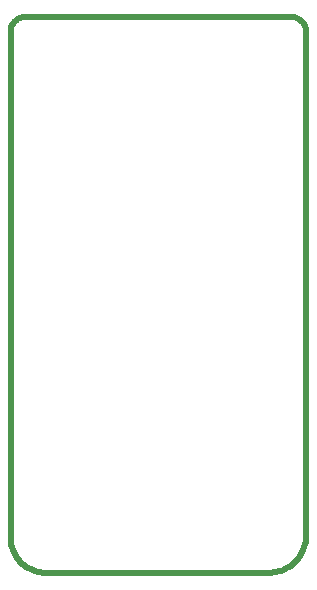
<source format=gko>
%FSTAX23Y23*%
%MOIN*%
%SFA1B1*%

%IPPOS*%
%ADD12C,0.019680*%
%LNusb2can-1*%
%LPD*%
G54D12*
X01086Y01788D02*
D01*
X01085Y01791*
X01085Y01795*
X01085Y01798*
X01084Y01802*
X01083Y01805*
X01081Y01808*
X0108Y01811*
X01078Y01814*
X01076Y01817*
X01074Y0182*
X01072Y01823*
X01069Y01825*
X01066Y01827*
X01064Y01829*
X01061Y01831*
X01058Y01833*
X01054Y01834*
X01051Y01836*
X01048Y01837*
X01044Y01837*
X01041Y01838*
X01037Y01838*
X01036Y01838*
X0015D02*
D01*
X00146Y01838*
X00143Y01838*
X00139Y01837*
X00136Y01836*
X00132Y01835*
X00129Y01834*
X00126Y01832*
X00123Y0183*
X0012Y01828*
X00117Y01826*
X00115Y01824*
X00112Y01821*
X0011Y01819*
X00108Y01816*
X00106Y01813*
X00105Y0181*
X00103Y01807*
X00102Y01803*
X00101Y018*
X001Y01797*
X001Y01793*
X001Y0179*
X001Y01788*
Y00104D02*
D01*
X001Y00096*
X00101Y00088*
X00102Y00079*
X00104Y00071*
X00107Y00063*
X0011Y00056*
X00114Y00048*
X00118Y00041*
X00122Y00034*
X00128Y00027*
X00133Y00021*
X00139Y00015*
X00146Y0001*
X00152Y00005*
X00159Y00001*
X00167Y-00002*
X00174Y-00006*
X00182Y-00009*
X0019Y-00011*
X00198Y-00013*
X00207Y-00014*
X00215Y-00014*
X00219Y-00015*
X0096D02*
D01*
X00969Y-00014*
X00978Y-00013*
X00986Y-00012*
X00995Y-0001*
X01003Y-00007*
X01011Y-00004*
X01019Y0*
X01027Y00004*
X01034Y00008*
X01041Y00014*
X01047Y0002*
X01053Y00026*
X01059Y00033*
X01064Y0004*
X01069Y00047*
X01073Y00055*
X01076Y00063*
X01079Y00071*
X01082Y0008*
X01084Y00088*
X01085Y00097*
X01086Y00106*
X01086Y0011*
X01036Y01838D02*
X0015D01*
X01086Y01788D02*
Y0011D01*
X001Y01788D02*
Y00104D01*
X0096Y-00015D02*
X00219D01*
M02*
</source>
